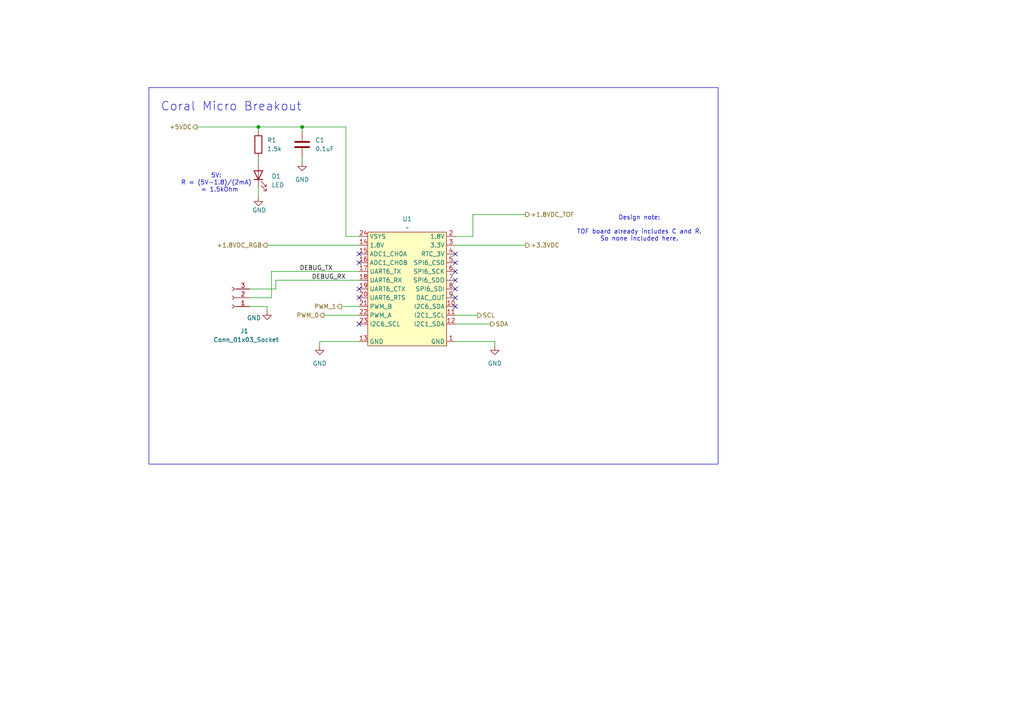
<source format=kicad_sch>
(kicad_sch (version 20231120) (generator "eeschema") (generator_version "8.0")
  (paper "A4")
  (title_block (title "EDGE HUMAN DETECTION BOARD") (rev "0.0.0"))
  (lib_symbols
    (symbol "00_project_parts:coral_micro_board"
      (property "Reference" "U" (at -11.43 -2.032 0))
      (symbol "coral_micro_board_0_0"
        (pin bidirectional line (at 13.97 -1.27 180) (length 2.54) (name "I2C6_SDA") (number "10"))
        (pin output line (at 13.97 -3.81 180) (length 2.54) (name "I2C1_SCL") (number "11"))
        (pin bidirectional line (at -13.97 -11.43 0) (length 2.54) (name "GND") (number "13"))
        (pin output line (at -13.97 16.51 0) (length 2.54) (name "1.8V") (number "14"))
        (pin output line (at -13.97 13.97 0) (length 2.54) (name "ADC1_CH0A") (number "15"))
        (pin output line (at -13.97 11.43 0) (length 2.54) (name "ADC1_CH0B") (number "16"))
        (pin output line (at -13.97 8.89 0) (length 2.54) (name "UART6_TX") (number "17"))
        (pin output line (at -13.97 6.35 0) (length 2.54) (name "UART6_RX") (number "18"))
        (pin output line (at -13.97 3.81 0) (length 2.54) (name "UART6_CTX") (number "19"))
        (pin output line (at -13.97 1.27 0) (length 2.54) (name "UART6_RTS") (number "20"))
        (pin output line (at -13.97 -1.27 0) (length 2.54) (name "PWM_B") (number "21"))
        (pin output line (at -13.97 -3.81 0) (length 2.54) (name "PWM_A") (number "22"))
        (pin output line (at -13.97 -6.35 0) (length 2.54) (name "I2C6_SCL") (number "23"))
        (pin power_out line (at -13.97 19.05 0) (length 2.54) (name "VSYS") (number "24"))
        (pin input line (at 13.97 13.97 180) (length 2.54) (name "RTC_3V") (number "4"))
        (pin output line (at 13.97 11.43 180) (length 2.54) (name "SPI6_CS0") (number "5"))
        (pin output line (at 13.97 8.89 180) (length 2.54) (name "SPI6_SCK") (number "6"))
        (pin output line (at 13.97 6.35 180) (length 2.54) (name "SPI6_SDO") (number "7"))
        (pin output line (at 13.97 3.81 180) (length 2.54) (name "SPI6_SDI") (number "8"))
        (pin output line (at 13.97 1.27 180) (length 2.54) (name "DAC_OUT") (number "9"))
      )
      (symbol "coral_micro_board_1_0"
        (pin bidirectional line (at 13.97 -11.43 180) (length 2.54) (name "GND") (number "1"))
        (pin output line (at 13.97 -6.35 180) (length 2.54) (name "I2C1_SDA") (number "12"))
        (pin output line (at 13.97 19.05 180) (length 2.54) (name "1.8V") (number "2"))
        (pin output line (at 13.97 16.51 180) (length 2.54) (name "3.3V") (number "3"))
      )
      (symbol "coral_micro_board_1_1"
        (rectangle (start -11.43 20.32) (end 11.43 -12.7) (fill (type background)))
      )
    )
    (symbol "Connector:Conn_01x03_Socket" (pin_names (offset 1.016) hide)
      (property "Reference" "J" (at 0 5.08 0))
      (property "Value" "Conn_01x03_Socket" (at 0 -5.08 0))
      (symbol "Conn_01x03_Socket_1_1"
        (arc (start 0 -2.032) (mid -0.5058 -2.54) (end 0 -3.048) (stroke (width 0.1524)))
        (polyline (pts (xy -1.27 -2.54) (xy -0.508 -2.54)) (stroke (width 0.1524)))
        (polyline (pts (xy -1.27 0) (xy -0.508 0)) (stroke (width 0.1524)))
        (polyline (pts (xy -1.27 2.54) (xy -0.508 2.54)) (stroke (width 0.1524)))
        (arc (start 0 0.508) (mid -0.5058 0) (end 0 -0.508) (stroke (width 0.1524)))
        (arc (start 0 3.048) (mid -0.5058 2.54) (end 0 2.032) (stroke (width 0.1524)))
        (pin passive line (at -5.08 2.54 0) (length 3.81) (name "Pin_1") (number "1"))
        (pin passive line (at -5.08 0 0) (length 3.81) (name "Pin_2") (number "2"))
        (pin passive line (at -5.08 -2.54 0) (length 3.81) (name "Pin_3") (number "3"))
      )
    )
    (symbol "Device:C" (pin_numbers hide) (pin_names (offset 0.254))
      (property "Reference" "C" (at 0.635 2.54 0))
      (property "Value" "C" (at 0.635 -2.54 0))
      (symbol "C_0_1"
        (polyline (pts (xy -2.032 -0.762) (xy 2.032 -0.762)) (stroke (width 0.508)))
        (polyline (pts (xy -2.032 0.762) (xy 2.032 0.762)) (stroke (width 0.508)))
      )
      (symbol "C_1_1"
        (pin passive line (at 0 3.81 270) (length 2.794) (name "~") (number "1"))
        (pin passive line (at 0 -3.81 90) (length 2.794) (name "~") (number "2"))
      )
    )
    (symbol "Device:LED" (pin_numbers hide) (pin_names (offset 1.016) hide)
      (property "Reference" "D" (at 0 2.54 0))
      (property "Value" "LED" (at 0 -2.54 0))
      (symbol "LED_0_1"
        (polyline (pts (xy -1.27 -1.27) (xy -1.27 1.27)) (stroke (width 0.254)))
        (polyline (pts (xy -1.27 0) (xy 1.27 0)))
        (polyline (pts (xy 1.27 -1.27) (xy 1.27 1.27) (xy -1.27 0) (xy 1.27 -1.27)) (stroke (width 0.254)))
        (polyline (pts (xy -3.048 -0.762) (xy -4.572 -2.286) (xy -3.81 -2.286) (xy -4.572 -2.286) (xy -4.572 -1.524)))
        (polyline (pts (xy -1.778 -0.762) (xy -3.302 -2.286) (xy -2.54 -2.286) (xy -3.302 -2.286) (xy -3.302 -1.524)))
      )
      (symbol "LED_1_1"
        (pin passive line (at -3.81 0 0) (length 2.54) (name "K") (number "1"))
        (pin passive line (at 3.81 0 180) (length 2.54) (name "A") (number "2"))
      )
    )
    (symbol "Device:R" (pin_numbers hide) (pin_names (offset 0))
      (property "Reference" "R" (at 2.032 0 90))
      (property "Value" "R" (at 0 0 90))
      (symbol "R_0_1"
        (rectangle (start -1.016 -2.54) (end 1.016 2.54) (stroke (width 0.254)))
      )
      (symbol "R_1_1"
        (pin passive line (at 0 3.81 270) (length 1.27) (name "~") (number "1"))
        (pin passive line (at 0 -3.81 90) (length 1.27) (name "~") (number "2"))
      )
    )
    (symbol "power:GND" (power) (pin_numbers hide) (pin_names (offset 0) hide)
      (property "Value" "GND" (at 0 -3.81 0))
      (symbol "GND_0_1"
        (polyline (pts (xy 0 0) (xy 0 -1.27) (xy 1.27 -1.27) (xy 0 -2.54) (xy -1.27 -1.27) (xy 0 -1.27)))
      )
      (symbol "GND_1_1"
        (pin power_in line (at 0 0 270) (length 0) (name "~") (number "1"))
      )
    )
  )
  (junction (at 87.63 36.83))
  (junction (at 74.93 36.83))
  (no_connect (at 132.08 88.9))
  (no_connect (at 132.08 78.74))
  (no_connect (at 104.14 93.98))
  (no_connect (at 132.08 83.82))
  (no_connect (at 104.14 76.2))
  (no_connect (at 132.08 73.66))
  (no_connect (at 104.14 73.66))
  (no_connect (at 132.08 76.2))
  (no_connect (at 132.08 86.36))
  (no_connect (at 104.14 83.82))
  (no_connect (at 104.14 86.36))
  (no_connect (at 132.08 81.28))
  (wire (pts (xy 80.01 81.28) (xy 104.14 81.28)))
  (wire (pts (xy 138.43 91.44) (xy 132.08 91.44)))
  (wire (pts (xy 93.98 91.44) (xy 104.14 91.44)))
  (wire (pts (xy 74.93 38.1) (xy 74.93 36.83)))
  (wire (pts (xy 100.33 36.83) (xy 100.33 68.58)))
  (wire (pts (xy 80.01 83.82) (xy 72.39 83.82)))
  (wire (pts (xy 137.16 62.23) (xy 152.4 62.23)))
  (wire (pts (xy 104.14 99.06) (xy 92.71 99.06)))
  (wire (pts (xy 80.01 81.28) (xy 80.01 83.82)))
  (wire (pts (xy 132.08 71.12) (xy 152.4 71.12)))
  (wire (pts (xy 87.63 36.83) (xy 100.33 36.83)))
  (wire (pts (xy 74.93 46.99) (xy 74.93 45.72)))
  (wire (pts (xy 132.08 68.58) (xy 137.16 68.58)))
  (wire (pts (xy 74.93 54.61) (xy 74.93 57.15)))
  (wire (pts (xy 99.06 88.9) (xy 104.14 88.9)))
  (wire (pts (xy 143.51 99.06) (xy 143.51 100.33)))
  (wire (pts (xy 78.74 78.74) (xy 78.74 86.36)))
  (wire (pts (xy 100.33 68.58) (xy 104.14 68.58)))
  (wire (pts (xy 77.47 71.12) (xy 104.14 71.12)))
  (wire (pts (xy 78.74 86.36) (xy 72.39 86.36)))
  (wire (pts (xy 137.16 62.23) (xy 137.16 68.58)))
  (wire (pts (xy 87.63 38.1) (xy 87.63 36.83)))
  (wire (pts (xy 142.24 93.98) (xy 132.08 93.98)))
  (wire (pts (xy 87.63 46.99) (xy 87.63 45.72)))
  (wire (pts (xy 74.93 36.83) (xy 87.63 36.83)))
  (wire (pts (xy 78.74 78.74) (xy 104.14 78.74)))
  (wire (pts (xy 132.08 99.06) (xy 143.51 99.06)))
  (wire (pts (xy 57.15 36.83) (xy 74.93 36.83)))
  (wire (pts (xy 72.39 88.9) (xy 77.47 88.9)))
  (wire (pts (xy 92.71 99.06) (xy 92.71 100.33)))
  (wire (pts (xy 77.47 88.9) (xy 77.47 90.17)))
  (rectangle (start 43.18 25.4) (end 208.28 134.62))
  (text "5V:\nR = (5V-1.8)/(2mA)\n  = 1.5kOhm\n" (at 62.738 53.086 0) (effects (font (size 1.27 1.27))))
  (text "Design note:\n\nTOF board already includes C and R.\nSo none included here.\n" (at 185.42 66.294 0) (effects (font (size 1.27 1.27))))
  (text "Coral Micro Breakout" (at 67.056 30.988 0) (effects (font (size 2.54 2.54))))
  (label "DEBUG_RX" (at 100.33 81.28 180))
  (label "DEBUG_TX" (at 96.52 78.74 180))
  (hierarchical_label "+1.8VDC_RGB" (shape output) (at 77.47 71.12 180))
  (hierarchical_label "PWM_0" (shape output) (at 93.98 91.44 180))
  (hierarchical_label "+1.8VDC_TOF" (shape output) (at 152.4 62.23 0) (property "Netclass" "+1.8VDC_SPARE" (effects (hide yes))))
  (hierarchical_label "PWM_1" (shape output) (at 99.06 88.9 180))
  (hierarchical_label "+5VDC" (shape output) (at 57.15 36.83 180))
  (hierarchical_label "SDA" (shape output) (at 142.24 93.98 0))
  (hierarchical_label "+3.3VDC" (shape output) (at 152.4 71.12 0))
  (hierarchical_label "SCL" (shape output) (at 138.43 91.44 0))
  (symbol (lib_id "power:GND") (at 92.71 100.33 0) (unit 1)
    (property "Reference" "#PWR04" (effects (hide yes)))
    (property "Value" "GND" (at 92.71 105.41 0))
    (property "Description" "Power symbol creates a global label with name \"GND\" , ground" (effects (hide yes)))
  )
  (symbol (lib_id "power:GND") (at 77.47 90.17 0) (unit 1)
    (property "Reference" "#PWR02" (effects (hide yes)))
    (property "Value" "GND" (at 73.66 92.202 0))
    (property "Description" "Power symbol creates a global label with name \"GND\" , ground" (effects (hide yes)))
  )
  (symbol (lib_id "power:GND") (at 87.63 46.99 0) (unit 1)
    (property "Reference" "#PWR03" (effects (hide yes)))
    (property "Value" "GND" (at 87.63 52.07 0))
    (property "Description" "Power symbol creates a global label with name \"GND\" , ground" (effects (hide yes)))
  )
  (symbol (lib_id "Device:R") (at 74.93 41.91 0) (unit 1)
    (property "Reference" "R1" (at 77.47 40.6399 0) (effects (justify left)))
    (property "Value" "1.5k" (at 77.47 43.1799 0) (effects (justify left)))
    (property "Footprint" "Resistor_SMD:R_0805_2012Metric_Pad1.20x1.40mm_HandSolder" (effects (hide yes)))
    (property "Description" "Resistor" (effects (hide yes)))
  )
  (symbol (lib_id "Device:LED") (at 74.93 50.8 90) (unit 1)
    (property "Reference" "D1" (at 78.74 51.1174 90) (effects (justify right)))
    (property "Value" "LED" (at 78.74 53.6574 90) (effects (justify right)))
    (property "Footprint" "LED_SMD:LED_0805_2012Metric_Pad1.15x1.40mm_HandSolder" (effects (hide yes)))
    (property "Description" "Light emitting diode" (effects (hide yes)))
  )
  (symbol (lib_id "Device:C") (at 87.63 41.91 180) (unit 1)
    (property "Reference" "C1" (at 91.44 40.6399 0) (effects (justify right)))
    (property "Value" "0.1uF" (at 91.44 43.1799 0) (effects (justify right)))
    (property "Footprint" "Capacitor_SMD:C_0504_1310Metric_Pad0.83x1.28mm_HandSolder" (effects (hide yes)))
    (property "Description" "Unpolarized capacitor" (effects (hide yes)))
  )
  (symbol (lib_id "00_project_parts:coral_micro_board") (at 118.11 87.63 0) (unit 1)
    (property "Reference" "U1" (at 118.11 63.5 0))
    (property "Value" "~" (at 118.11 66.04 0))
    (property "Footprint" "00_parts_lib:coral_micro_board_mating" (effects (hide yes)))
  )
  (symbol (lib_id "power:GND") (at 143.51 100.33 0) (unit 1)
    (property "Reference" "#PWR05" (effects (hide yes)))
    (property "Value" "GND" (at 143.51 105.41 0))
    (property "Description" "Power symbol creates a global label with name \"GND\" , ground" (effects (hide yes)))
  )
  (symbol (lib_id "Connector:Conn_01x03_Socket") (at 67.31 86.36 180) (unit 1)
    (property "Reference" "J1" (at 70.866 96.012 0))
    (property "Value" "Conn_01x03_Socket" (at 71.374 98.552 0))
    (property "Footprint" "Connector_PinHeader_2.54mm:PinHeader_1x03_P2.54mm_Vertical" (effects (hide yes)))
    (property "Description" "Generic connector, single row, 01x03, script generated" (effects (hide yes)))
  )
  (symbol (lib_id "power:GND") (at 74.93 57.15 0) (unit 1)
    (property "Reference" "#PWR01" (effects (hide yes)))
    (property "Value" "GND" (at 75.184 60.96 0))
    (property "Description" "Power symbol creates a global label with name \"GND\" , ground" (effects (hide yes)))
  )
)
</source>
